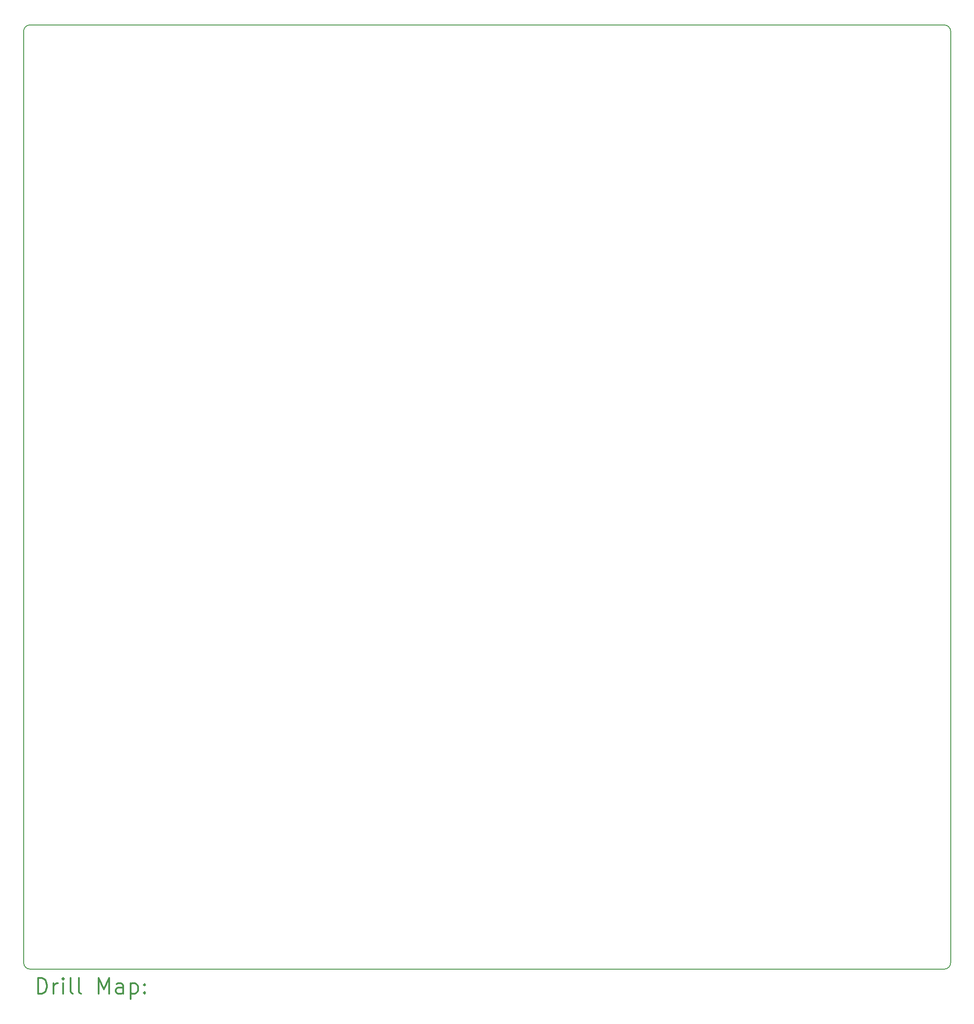
<source format=gbr>
%FSLAX45Y45*%
G04 Gerber Fmt 4.5, Leading zero omitted, Abs format (unit mm)*
G04 Created by KiCad (PCBNEW (5.0.2)-1) date 14.01.2020 22:43:02*
%MOMM*%
%LPD*%
G01*
G04 APERTURE LIST*
%ADD10C,0.150000*%
%ADD11C,0.200000*%
%ADD12C,0.300000*%
G04 APERTURE END LIST*
D10*
X1397000Y-1397000D02*
G75*
G02X1524000Y-1270000I127000J0D01*
G01*
X19177000Y-1270000D02*
G75*
G02X19304000Y-1397000I0J-127000D01*
G01*
X19304000Y-19373000D02*
G75*
G02X19177000Y-19500000I-127000J0D01*
G01*
X1524000Y-19500000D02*
G75*
G02X1397000Y-19373000I0J127000D01*
G01*
X1524000Y-1270000D02*
X19177000Y-1270000D01*
X1397000Y-19373000D02*
X1397000Y-1397000D01*
X19177000Y-19500000D02*
X1524000Y-19500000D01*
X19304000Y-1397000D02*
X19304000Y-19372000D01*
D11*
D12*
X1675928Y-19973214D02*
X1675928Y-19673214D01*
X1747357Y-19673214D01*
X1790214Y-19687500D01*
X1818786Y-19716072D01*
X1833071Y-19744643D01*
X1847357Y-19801786D01*
X1847357Y-19844643D01*
X1833071Y-19901786D01*
X1818786Y-19930357D01*
X1790214Y-19958929D01*
X1747357Y-19973214D01*
X1675928Y-19973214D01*
X1975928Y-19973214D02*
X1975928Y-19773214D01*
X1975928Y-19830357D02*
X1990214Y-19801786D01*
X2004500Y-19787500D01*
X2033071Y-19773214D01*
X2061643Y-19773214D01*
X2161643Y-19973214D02*
X2161643Y-19773214D01*
X2161643Y-19673214D02*
X2147357Y-19687500D01*
X2161643Y-19701786D01*
X2175928Y-19687500D01*
X2161643Y-19673214D01*
X2161643Y-19701786D01*
X2347357Y-19973214D02*
X2318786Y-19958929D01*
X2304500Y-19930357D01*
X2304500Y-19673214D01*
X2504500Y-19973214D02*
X2475928Y-19958929D01*
X2461643Y-19930357D01*
X2461643Y-19673214D01*
X2847357Y-19973214D02*
X2847357Y-19673214D01*
X2947357Y-19887500D01*
X3047357Y-19673214D01*
X3047357Y-19973214D01*
X3318786Y-19973214D02*
X3318786Y-19816072D01*
X3304500Y-19787500D01*
X3275928Y-19773214D01*
X3218786Y-19773214D01*
X3190214Y-19787500D01*
X3318786Y-19958929D02*
X3290214Y-19973214D01*
X3218786Y-19973214D01*
X3190214Y-19958929D01*
X3175928Y-19930357D01*
X3175928Y-19901786D01*
X3190214Y-19873214D01*
X3218786Y-19858929D01*
X3290214Y-19858929D01*
X3318786Y-19844643D01*
X3461643Y-19773214D02*
X3461643Y-20073214D01*
X3461643Y-19787500D02*
X3490214Y-19773214D01*
X3547357Y-19773214D01*
X3575928Y-19787500D01*
X3590214Y-19801786D01*
X3604500Y-19830357D01*
X3604500Y-19916072D01*
X3590214Y-19944643D01*
X3575928Y-19958929D01*
X3547357Y-19973214D01*
X3490214Y-19973214D01*
X3461643Y-19958929D01*
X3733071Y-19944643D02*
X3747357Y-19958929D01*
X3733071Y-19973214D01*
X3718786Y-19958929D01*
X3733071Y-19944643D01*
X3733071Y-19973214D01*
X3733071Y-19787500D02*
X3747357Y-19801786D01*
X3733071Y-19816072D01*
X3718786Y-19801786D01*
X3733071Y-19787500D01*
X3733071Y-19816072D01*
M02*

</source>
